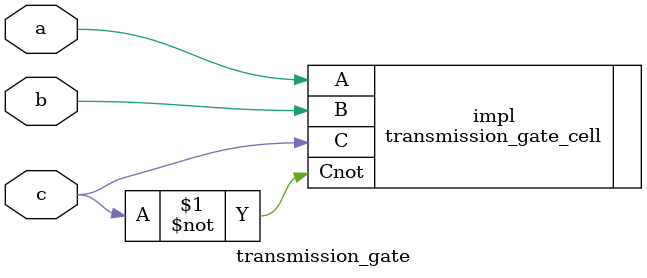
<source format=v>

module transmission_gate(inout a, inout b, input c);
  transmission_gate_cell impl(.A(a), .B(b), .C(c), .Cnot(~c));
endmodule

</source>
